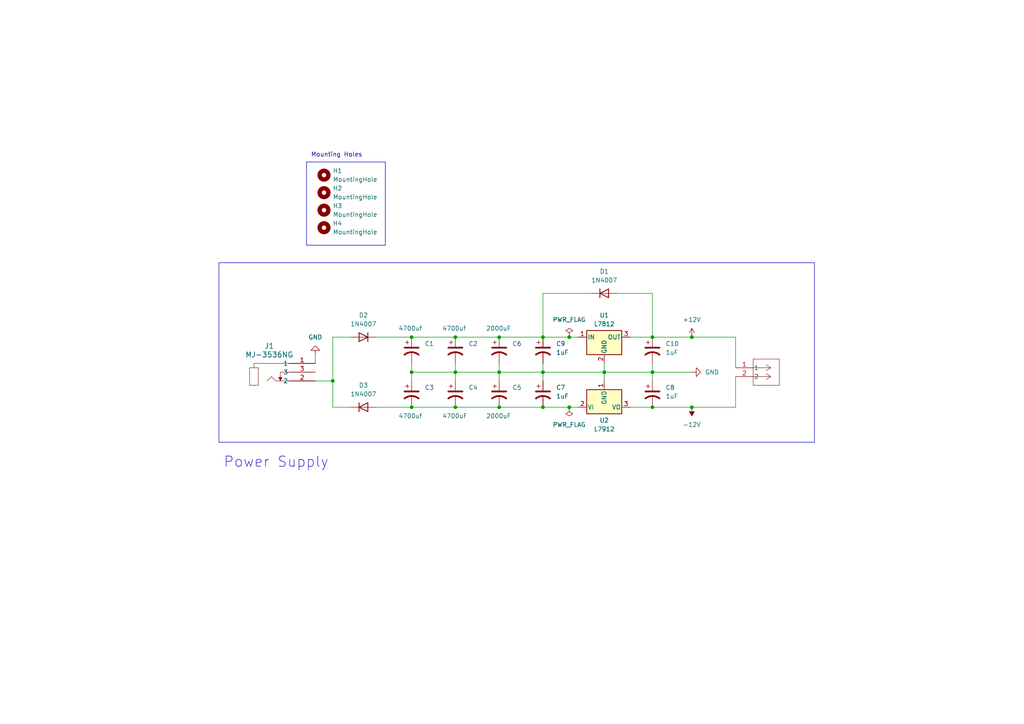
<source format=kicad_sch>
(kicad_sch (version 20230121) (generator eeschema)
  (paper "A4")
  (title_block (title "+12/-12 Eurorack PSU") (date "10/25/2023") (rev "V1.0"))
  (lib_symbols
    (symbol "2_terminal:691137710002" (pin_names (offset 0.254))
      (property "Reference" "J" (at 8.89 6.35 0))
      (property "Value" "691137710002" (at 0 0 0))
      (symbol "691137710002_0_1"
        (polyline (pts (xy 5.08 -5.08) (xy 12.7 -5.08)) (stroke (width 0.127)))
        (polyline (pts (xy 5.08 2.54) (xy 5.08 -5.08)) (stroke (width 0.127)))
        (polyline (pts (xy 10.16 -2.54) (xy 5.08 -2.54)) (stroke (width 0.127)))
        (polyline (pts (xy 10.16 -2.54) (xy 8.89 -3.3867)) (stroke (width 0.127)))
        (polyline (pts (xy 10.16 -2.54) (xy 8.89 -1.6933)) (stroke (width 0.127)))
        (polyline (pts (xy 10.16 0) (xy 5.08 0)) (stroke (width 0.127)))
        (polyline (pts (xy 10.16 0) (xy 8.89 -0.8467)) (stroke (width 0.127)))
        (polyline (pts (xy 10.16 0) (xy 8.89 0.8467)) (stroke (width 0.127)))
        (polyline (pts (xy 12.7 -5.08) (xy 12.7 2.54)) (stroke (width 0.127)))
        (polyline (pts (xy 12.7 2.54) (xy 5.08 2.54)) (stroke (width 0.127)))
        (pin unspecified line (at 0 0 0) (length 5.08) (name "1") (number "1"))
        (pin unspecified line (at 0 -2.54 0) (length 5.08) (name "2") (number "2"))
      )
    )
    (symbol "3.5mm Connector:MJ-3536NG" (pin_names (offset 0.254))
      (property "Reference" "J" (at -10.16 7.62 0))
      (property "Value" "MJ-3536NG" (at -10.16 5.08 0))
      (symbol "MJ-3536NG_0_1"
        (polyline (pts (xy -19.05 -6.35) (xy -19.05 -1.27)) (stroke (width 0.127)))
        (polyline (pts (xy -19.05 -1.27) (xy -16.51 -1.27)) (stroke (width 0.127)))
        (polyline (pts (xy -17.78 0) (xy -17.78 -1.27)) (stroke (width 0.127)))
        (polyline (pts (xy -16.51 -6.35) (xy -19.05 -6.35)) (stroke (width 0.127)))
        (polyline (pts (xy -16.51 -1.27) (xy -16.51 -6.35)) (stroke (width 0.127)))
        (polyline (pts (xy -13.97 -5.08) (xy -12.7 -3.81)) (stroke (width 0.127)))
        (polyline (pts (xy -12.7 -3.81) (xy -11.43 -5.08)) (stroke (width 0.127)))
        (polyline (pts (xy -10.16 -2.54) (xy -10.16 -4.318)) (stroke (width 0.127)))
        (polyline (pts (xy -7.62 -5.08) (xy -11.43 -5.08)) (stroke (width 0.127)))
        (polyline (pts (xy -7.62 -2.54) (xy -10.16 -2.54)) (stroke (width 0.127)))
        (polyline (pts (xy -7.62 0) (xy -17.78 0)) (stroke (width 0.127)))
        (polyline (pts (xy -10.16 -5.08) (xy -9.652 -4.064) (xy -10.668 -4.064)) (fill (type outline)))
        (pin unspecified line (at 0 0 180) (length 7.62) (name "1") (number "1"))
        (pin unspecified line (at 0 -5.08 180) (length 7.62) (name "2") (number "2"))
        (pin unspecified line (at 0 -2.54 180) (length 7.62) (name "3") (number "3"))
      )
    )
    (symbol "Device:C_Polarized_US" (pin_numbers hide) (pin_names (offset 0.254) hide)
      (property "Reference" "C" (at 0.635 2.54 0))
      (property "Value" "C_Polarized_US" (at 0.635 -2.54 0))
      (symbol "C_Polarized_US_0_1"
        (polyline (pts (xy -2.032 0.762) (xy 2.032 0.762)) (stroke (width 0.508)))
        (polyline (pts (xy -1.778 2.286) (xy -0.762 2.286)))
        (polyline (pts (xy -1.27 1.778) (xy -1.27 2.794)))
        (arc (start 2.032 -1.27) (mid 0 -0.5572) (end -2.032 -1.27) (stroke (width 0.508)))
      )
      (symbol "C_Polarized_US_1_1"
        (pin passive line (at 0 3.81 270) (length 2.794) (name "~") (number "1"))
        (pin passive line (at 0 -3.81 90) (length 3.302) (name "~") (number "2"))
      )
    )
    (symbol "Diode:1N4007" (pin_numbers hide) (pin_names hide)
      (property "Reference" "D" (at 0 2.54 0))
      (property "Value" "1N4007" (at 0 -2.54 0))
      (symbol "1N4007_0_1"
        (polyline (pts (xy -1.27 1.27) (xy -1.27 -1.27)) (stroke (width 0.254)))
        (polyline (pts (xy 1.27 0) (xy -1.27 0)))
        (polyline (pts (xy 1.27 1.27) (xy 1.27 -1.27) (xy -1.27 0) (xy 1.27 1.27)) (stroke (width 0.254)))
      )
      (symbol "1N4007_1_1"
        (pin passive line (at -3.81 0 0) (length 2.54) (name "K") (number "1"))
        (pin passive line (at 3.81 0 180) (length 2.54) (name "A") (number "2"))
      )
    )
    (symbol "Mechanical:MountingHole" (pin_names (offset 1.016))
      (property "Reference" "H" (at 0 5.08 0))
      (property "Value" "MountingHole" (at 0 3.175 0))
      (symbol "MountingHole_0_1"
        (circle (center 0 0) (radius 1.27) (stroke (width 1.27)))
      )
    )
    (symbol "Regulator_Linear:L7812" (pin_names (offset 0.254))
      (property "Reference" "U" (at -3.81 3.175 0))
      (property "Value" "L7812" (at 0 3.175 0))
      (symbol "L7812_0_1"
        (rectangle (start -5.08 1.905) (end 5.08 -5.08) (stroke (width 0.254)) (fill (type background)))
      )
      (symbol "L7812_1_1"
        (pin power_in line (at -7.62 0 0) (length 2.54) (name "IN") (number "1"))
        (pin power_in line (at 0 -7.62 90) (length 2.54) (name "GND") (number "2"))
        (pin power_out line (at 7.62 0 180) (length 2.54) (name "OUT") (number "3"))
      )
    )
    (symbol "Regulator_Linear:L7912" (pin_names (offset 0.254))
      (property "Reference" "U" (at -3.81 -3.175 0))
      (property "Value" "L7912" (at 0 -3.175 0))
      (symbol "L7912_0_1"
        (rectangle (start -5.08 5.08) (end 5.08 -1.905) (stroke (width 0.254)) (fill (type background)))
      )
      (symbol "L7912_1_1"
        (pin power_in line (at 0 7.62 270) (length 2.54) (name "GND") (number "1"))
        (pin power_in line (at -7.62 0 0) (length 2.54) (name "VI") (number "2"))
        (pin power_out line (at 7.62 0 180) (length 2.54) (name "VO") (number "3"))
      )
    )
    (symbol "power:+12V" (power) (pin_names (offset 0))
      (property "Value" "+12V" (at 0 3.556 0))
      (symbol "+12V_0_1"
        (polyline (pts (xy -0.762 1.27) (xy 0 2.54)))
        (polyline (pts (xy 0 0) (xy 0 2.54)))
        (polyline (pts (xy 0 2.54) (xy 0.762 1.27)))
      )
      (symbol "+12V_1_1"
        (pin power_in line (at 0 0 90) (length 0) hide (name "+12V") (number "1"))
      )
    )
    (symbol "power:-12V" (power) (pin_names (offset 0))
      (property "Value" "-12V" (at 0 3.81 0))
      (symbol "-12V_0_0"
        (pin power_in line (at 0 0 90) (length 0) hide (name "-12V") (number "1"))
      )
      (symbol "-12V_0_1"
        (polyline (pts (xy 0 0) (xy 0 1.27) (xy 0.762 1.27) (xy 0 2.54) (xy -0.762 1.27) (xy 0 1.27)) (fill (type outline)))
      )
    )
    (symbol "power:GND" (power) (pin_names (offset 0))
      (property "Value" "GND" (at 0 -3.81 0))
      (symbol "GND_0_1"
        (polyline (pts (xy 0 0) (xy 0 -1.27) (xy 1.27 -1.27) (xy 0 -2.54) (xy -1.27 -1.27) (xy 0 -1.27)))
      )
      (symbol "GND_1_1"
        (pin power_in line (at 0 0 270) (length 0) hide (name "GND") (number "1"))
      )
    )
    (symbol "power:PWR_FLAG" (power) (pin_numbers hide) (pin_names (offset 0) hide)
      (property "Value" "PWR_FLAG" (at 0 3.81 0))
      (symbol "PWR_FLAG_0_0"
        (pin power_out line (at 0 0 90) (length 0) (name "pwr") (number "1"))
      )
      (symbol "PWR_FLAG_0_1"
        (polyline (pts (xy 0 0) (xy 0 1.27) (xy -1.016 1.905) (xy 0 2.54) (xy 1.016 1.905) (xy 0 1.27)))
      )
    )
  )
  (junction (at 119.38 97.79))
  (junction (at 132.08 97.79))
  (junction (at 165.1 118.11))
  (junction (at 165.1 97.79))
  (junction (at 200.66 118.11))
  (junction (at 96.52 110.49))
  (junction (at 175.26 107.95))
  (junction (at 119.38 107.95))
  (junction (at 157.48 107.95))
  (junction (at 189.23 107.95))
  (junction (at 119.38 118.11))
  (junction (at 132.08 107.95))
  (junction (at 144.78 97.79))
  (junction (at 189.23 118.11))
  (junction (at 132.08 118.11))
  (junction (at 157.48 118.11))
  (junction (at 144.78 107.95))
  (junction (at 200.66 97.79))
  (junction (at 144.78 118.11))
  (junction (at 157.48 97.79))
  (junction (at 189.23 97.79))
  (wire (pts (xy 144.78 107.95) (xy 144.78 110.49)))
  (wire (pts (xy 175.26 105.41) (xy 175.26 107.95)))
  (wire (pts (xy 119.38 97.79) (xy 132.08 97.79)))
  (wire (pts (xy 109.22 97.79) (xy 119.38 97.79)))
  (polyline (pts (xy 111.76 46.99) (xy 88.9 46.99)))
  (wire (pts (xy 119.38 107.95) (xy 132.08 107.95)))
  (wire (pts (xy 157.48 118.11) (xy 165.1 118.11)))
  (wire (pts (xy 189.23 97.79) (xy 200.66 97.79)))
  (wire (pts (xy 144.78 107.95) (xy 157.48 107.95)))
  (wire (pts (xy 213.36 118.11) (xy 213.36 109.22)))
  (wire (pts (xy 132.08 105.41) (xy 132.08 107.95)))
  (wire (pts (xy 200.66 118.11) (xy 213.36 118.11)))
  (polyline (pts (xy 88.9 46.99) (xy 88.9 71.12)))
  (wire (pts (xy 119.38 118.11) (xy 132.08 118.11)))
  (wire (pts (xy 157.48 85.09) (xy 157.48 97.79)))
  (wire (pts (xy 144.78 118.11) (xy 157.48 118.11)))
  (wire (pts (xy 132.08 107.95) (xy 132.08 110.49)))
  (wire (pts (xy 175.26 107.95) (xy 175.26 110.49)))
  (wire (pts (xy 144.78 105.41) (xy 144.78 107.95)))
  (wire (pts (xy 189.23 107.95) (xy 189.23 110.49)))
  (wire (pts (xy 91.44 110.49) (xy 96.52 110.49)))
  (polyline (pts (xy 111.76 71.12) (xy 111.76 46.99)))
  (wire (pts (xy 182.88 118.11) (xy 189.23 118.11)))
  (wire (pts (xy 119.38 107.95) (xy 119.38 110.49)))
  (wire (pts (xy 189.23 105.41) (xy 189.23 107.95)))
  (wire (pts (xy 157.48 107.95) (xy 175.26 107.95)))
  (wire (pts (xy 119.38 105.41) (xy 119.38 107.95)))
  (wire (pts (xy 213.36 97.79) (xy 213.36 106.68)))
  (wire (pts (xy 200.66 97.79) (xy 213.36 97.79)))
  (wire (pts (xy 132.08 107.95) (xy 144.78 107.95)))
  (wire (pts (xy 182.88 97.79) (xy 189.23 97.79)))
  (wire (pts (xy 96.52 110.49) (xy 96.52 118.11)))
  (wire (pts (xy 189.23 85.09) (xy 189.23 97.79)))
  (wire (pts (xy 109.22 118.11) (xy 119.38 118.11)))
  (wire (pts (xy 165.1 97.79) (xy 167.64 97.79)))
  (polyline (pts (xy 88.9 71.12) (xy 111.76 71.12)))
  (wire (pts (xy 96.52 97.79) (xy 101.6 97.79)))
  (wire (pts (xy 157.48 107.95) (xy 157.48 110.49)))
  (wire (pts (xy 171.45 85.09) (xy 157.48 85.09)))
  (wire (pts (xy 101.6 118.11) (xy 96.52 118.11)))
  (wire (pts (xy 132.08 97.79) (xy 144.78 97.79)))
  (wire (pts (xy 165.1 118.11) (xy 167.64 118.11)))
  (wire (pts (xy 179.07 85.09) (xy 189.23 85.09)))
  (wire (pts (xy 96.52 97.79) (xy 96.52 110.49)))
  (wire (pts (xy 157.48 97.79) (xy 165.1 97.79)))
  (wire (pts (xy 132.08 118.11) (xy 144.78 118.11)))
  (wire (pts (xy 189.23 107.95) (xy 200.66 107.95)))
  (wire (pts (xy 144.78 97.79) (xy 157.48 97.79)))
  (wire (pts (xy 175.26 107.95) (xy 189.23 107.95)))
  (wire (pts (xy 91.44 102.87) (xy 91.44 105.41)))
  (wire (pts (xy 157.48 105.41) (xy 157.48 107.95)))
  (wire (pts (xy 189.23 118.11) (xy 200.66 118.11)))
  (rectangle (start 63.5 76.2) (end 236.22 128.27))
  (text "Mounting Holes" (at 90.17 45.72 0) (effects (font (size 1.27 1.27)) (justify left bottom)))
  (text "Power Supply" (at 64.77 135.89 0) (effects (font (size 3 3)) (justify left bottom)))
  (symbol (lib_id "power:PWR_FLAG") (at 165.1 118.11 180) (unit 1)
    (property "Reference" "#FLG02" (effects hide))
    (property "Value" "PWR_FLAG" (at 165.1 123.19 0))
  )
  (symbol (lib_id "Device:C_Polarized_US") (at 157.48 114.3 0) (unit 1)
    (property "Reference" "C7" (at 161.29 112.395 0) (effects (justify left)))
    (property "Value" "1uF" (at 161.29 114.935 0) (effects (justify left)))
    (property "Footprint" "Capacitor_Tantalum_SMD:CP_EIA-3528-21_Kemet-B" (effects hide))
  )
  (symbol (lib_id "Mechanical:MountingHole") (at 93.98 50.8 0) (unit 1)
    (property "Reference" "H1" (at 96.52 49.53 0) (effects (justify left)))
    (property "Value" "MountingHole" (at 96.52 52.07 0) (effects (justify left)))
    (property "Footprint" "MountingHole:MountingHole_3.2mm_M3" (effects hide))
  )
  (symbol (lib_id "Mechanical:MountingHole") (at 93.98 55.88 0) (unit 1)
    (property "Reference" "H2" (at 96.52 54.61 0) (effects (justify left)))
    (property "Value" "MountingHole" (at 96.52 57.15 0) (effects (justify left)))
    (property "Footprint" "MountingHole:MountingHole_3.2mm_M3" (effects hide))
  )
  (symbol (lib_id "power:+12V") (at 200.66 97.79 0) (unit 1)
    (property "Reference" "#PWR02" (effects hide))
    (property "Value" "+12V" (at 200.66 92.71 0))
  )
  (symbol (lib_id "power:GND") (at 200.66 107.95 90) (unit 1)
    (property "Reference" "#PWR01" (effects hide))
    (property "Value" "GND" (at 204.47 107.95 90) (effects (justify right)))
  )
  (symbol (lib_id "Diode:1N4007") (at 105.41 97.79 180) (unit 1)
    (property "Reference" "D2" (at 105.41 91.44 0))
    (property "Value" "1N4007" (at 105.41 93.98 0))
    (property "Footprint" "Diode_THT:D_DO-41_SOD81_P10.16mm_Horizontal" (effects hide))
    (property "Datasheet" "http://www.vishay.com/docs/88503/1n4001.pdf" (effects hide))
    (property "Sim.Device" "D" (effects hide))
    (property "Sim.Pins" "1=K 2=A" (effects hide))
  )
  (symbol (lib_id "Device:C_Polarized_US") (at 119.38 101.6 0) (unit 1)
    (property "Reference" "C1" (at 123.19 99.695 0) (effects (justify left)))
    (property "Value" "4700uf" (at 115.57 95.25 0) (effects (justify left)))
    (property "Footprint" "Capacitor_THT:CP_Radial_D16.0mm_P7.50mm" (effects hide))
  )
  (symbol (lib_id "2_terminal:691137710002") (at 213.36 106.68 0) (unit 1)
    (property "Reference" "J2" (effects hide))
    (property "Value" "691137710002" (effects hide))
    (property "Footprint" "2_terminal:CONN2_710002_WRE" (effects hide))
    (property "Datasheet" "691137710002" (effects hide))
  )
  (symbol (lib_id "Device:C_Polarized_US") (at 189.23 101.6 0) (unit 1)
    (property "Reference" "C10" (at 193.04 99.695 0) (effects (justify left)))
    (property "Value" "1uF" (at 193.04 102.235 0) (effects (justify left)))
    (property "Footprint" "Capacitor_Tantalum_SMD:CP_EIA-3528-21_Kemet-B" (effects hide))
  )
  (symbol (lib_id "Device:C_Polarized_US") (at 189.23 114.3 0) (unit 1)
    (property "Reference" "C8" (at 193.04 112.395 0) (effects (justify left)))
    (property "Value" "1uF" (at 193.04 114.935 0) (effects (justify left)))
    (property "Footprint" "Capacitor_Tantalum_SMD:CP_EIA-3528-21_Kemet-B" (effects hide))
  )
  (symbol (lib_id "Device:C_Polarized_US") (at 119.38 114.3 0) (unit 1)
    (property "Reference" "C3" (at 123.19 112.395 0) (effects (justify left)))
    (property "Value" "4700uf" (at 115.57 120.65 0) (effects (justify left)))
    (property "Footprint" "Capacitor_THT:CP_Radial_D16.0mm_P7.50mm" (effects hide))
  )
  (symbol (lib_id "Device:C_Polarized_US") (at 144.78 101.6 0) (unit 1)
    (property "Reference" "C6" (at 148.59 99.695 0) (effects (justify left)))
    (property "Value" "2000uF" (at 140.97 95.25 0) (effects (justify left)))
    (property "Footprint" "Capacitor_THT:CP_Radial_D10.0mm_P5.00mm" (effects hide))
  )
  (symbol (lib_id "Device:C_Polarized_US") (at 132.08 114.3 0) (unit 1)
    (property "Reference" "C4" (at 135.89 112.395 0) (effects (justify left)))
    (property "Value" "4700uF" (at 128.27 120.65 0) (effects (justify left)))
    (property "Footprint" "Capacitor_THT:CP_Radial_D16.0mm_P7.50mm" (effects hide))
  )
  (symbol (lib_id "power:-12V") (at 200.66 118.11 180) (unit 1)
    (property "Reference" "#PWR03" (effects hide))
    (property "Value" "-12V" (at 200.66 123.19 0))
  )
  (symbol (lib_id "Device:C_Polarized_US") (at 132.08 101.6 0) (unit 1)
    (property "Reference" "C2" (at 135.89 99.695 0) (effects (justify left)))
    (property "Value" "4700uf" (at 128.27 95.25 0) (effects (justify left)))
    (property "Footprint" "Capacitor_THT:CP_Radial_D16.0mm_P7.50mm" (effects hide))
  )
  (symbol (lib_id "Regulator_Linear:L7812") (at 175.26 97.79 0) (unit 1)
    (property "Reference" "U1" (at 175.26 91.44 0))
    (property "Value" "L7812" (at 175.26 93.98 0))
    (property "Footprint" "Package_TO_SOT_THT:TO-220F-3_Vertical" (effects hide))
    (property "Datasheet" "http://www.st.com/content/ccc/resource/technical/document/datasheet/41/4f/b3/b0/12/d4/47/88/CD00000444.pdf/files/CD00000444.pdf/jcr:content/translations/en.CD00000444.pdf" (effects hide))
  )
  (symbol (lib_id "3.5mm Connector:MJ-3536NG") (at 91.44 105.41 0) (unit 1)
    (property "Reference" "J1" (at 78.105 100.33 0) (effects (font (size 1.524 1.524))))
    (property "Value" "MJ-3536NG" (at 78.105 102.87 0) (effects (font (size 1.524 1.524))))
    (property "Footprint" "3.5 mm Connector:MJ-3536NG_CUD" (effects hide))
    (property "Datasheet" "MJ-3536NG" (effects hide))
  )
  (symbol (lib_id "Device:C_Polarized_US") (at 144.78 114.3 0) (unit 1)
    (property "Reference" "C5" (at 148.59 112.395 0) (effects (justify left)))
    (property "Value" "2000uF" (at 140.97 120.65 0) (effects (justify left)))
    (property "Footprint" "Capacitor_THT:CP_Radial_D10.0mm_P5.00mm" (effects hide))
  )
  (symbol (lib_id "power:GND") (at 91.44 102.87 180) (unit 1)
    (property "Reference" "#PWR04" (effects hide))
    (property "Value" "GND" (at 91.44 97.79 0))
  )
  (symbol (lib_id "Device:C_Polarized_US") (at 157.48 101.6 0) (unit 1)
    (property "Reference" "C9" (at 161.29 99.695 0) (effects (justify left)))
    (property "Value" "1uF" (at 161.29 102.235 0) (effects (justify left)))
    (property "Footprint" "Capacitor_Tantalum_SMD:CP_EIA-3528-21_Kemet-B" (effects hide))
  )
  (symbol (lib_id "Diode:1N4007") (at 105.41 118.11 0) (unit 1)
    (property "Reference" "D3" (at 105.41 111.76 0))
    (property "Value" "1N4007" (at 105.41 114.3 0))
    (property "Footprint" "Diode_THT:D_DO-41_SOD81_P10.16mm_Horizontal" (effects hide))
    (property "Datasheet" "http://www.vishay.com/docs/88503/1n4001.pdf" (effects hide))
    (property "Sim.Device" "D" (effects hide))
    (property "Sim.Pins" "1=K 2=A" (effects hide))
  )
  (symbol (lib_id "power:PWR_FLAG") (at 165.1 97.79 0) (unit 1)
    (property "Reference" "#FLG01" (effects hide))
    (property "Value" "PWR_FLAG" (at 165.1 92.71 0))
  )
  (symbol (lib_id "Diode:1N4007") (at 175.26 85.09 0) (unit 1)
    (property "Reference" "D1" (at 175.26 78.74 0))
    (property "Value" "1N4007" (at 175.26 81.28 0))
    (property "Footprint" "Diode_THT:D_DO-41_SOD81_P10.16mm_Horizontal" (effects hide))
    (property "Datasheet" "http://www.vishay.com/docs/88503/1n4001.pdf" (effects hide))
    (property "Sim.Device" "D" (effects hide))
    (property "Sim.Pins" "1=K 2=A" (effects hide))
  )
  (symbol (lib_id "Mechanical:MountingHole") (at 93.98 60.96 0) (unit 1)
    (property "Reference" "H3" (at 96.52 59.69 0) (effects (justify left)))
    (property "Value" "MountingHole" (at 96.52 62.23 0) (effects (justify left)))
    (property "Footprint" "MountingHole:MountingHole_3.2mm_M3" (effects hide))
  )
  (symbol (lib_id "Mechanical:MountingHole") (at 93.98 66.04 0) (unit 1)
    (property "Reference" "H4" (at 96.52 64.77 0) (effects (justify left)))
    (property "Value" "MountingHole" (at 96.52 67.31 0) (effects (justify left)))
    (property "Footprint" "MountingHole:MountingHole_3.2mm_M3" (effects hide))
  )
  (symbol (lib_id "Regulator_Linear:L7912") (at 175.26 118.11 0) (unit 1)
    (property "Reference" "U2" (at 175.26 121.92 0))
    (property "Value" "L7912" (at 175.26 124.46 0))
    (property "Footprint" "Package_TO_SOT_THT:TO-220F-3_Vertical" (effects hide))
    (property "Datasheet" "http://www.st.com/content/ccc/resource/technical/document/datasheet/c9/16/86/41/c7/2b/45/f2/CD00000450.pdf/files/CD00000450.pdf/jcr:content/translations/en.CD00000450.pdf" (effects hide))
  )
)
</source>
